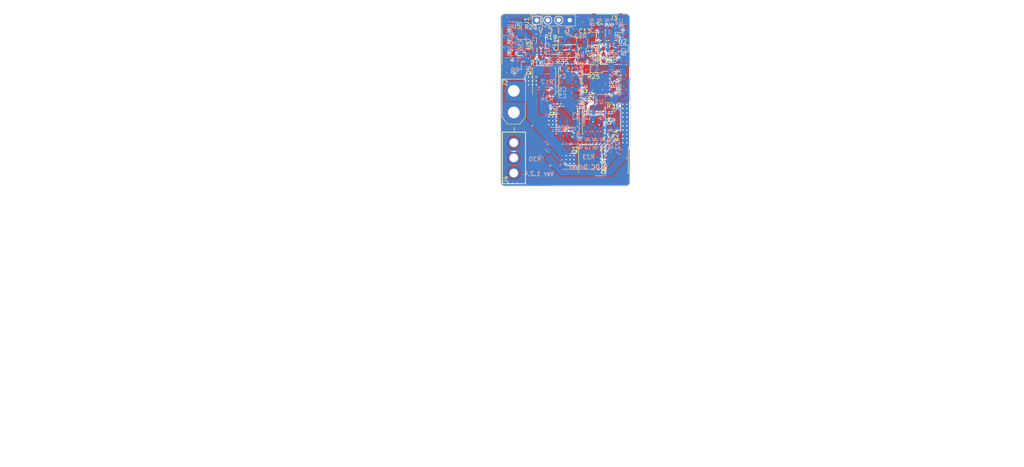
<source format=kicad_pcb>
(kicad_pcb (version 20211014) (generator pcbnew)
  (title_block (title "BLDC Driver 6-Step") (date "2022-04-07") (rev "1.2.4"))
  (layers (0 "F.Cu" signal) (1 "In1.Cu" signal) (2 "In2.Cu" signal) (31 "B.Cu" signal) (34 "B.Paste" user) (35 "F.Paste" user) (36 "B.SilkS" user "B.Silkscreen") (37 "F.SilkS" user "F.Silkscreen") (38 "B.Mask" user) (39 "F.Mask" user) (44 "Edge.Cuts" user))
  (net 0 "")
  (net 1 "GND")
  (net 2 "/Connector/NTC")
  (net 3 "Net-(C2-Pad1)")
  (net 4 "/Controller/VS1")
  (net 5 "Net-(C3-Pad1)")
  (net 6 "/Controller/VS2")
  (net 7 "Net-(C4-Pad1)")
  (net 8 "/Controller/VS3")
  (net 11 "/Controller/RST")
  (net 12 "/Controller/PB15")
  (net 13 "+15V")
  (net 14 "Net-(C11-Pad1)")
  (net 15 "Net-(C11-Pad2)")
  (net 16 "+2V5")
  (net 17 "+12V")
  (net 18 "Net-(R19-Pad2)")
  (net 19 "/Connector/HA")
  (net 20 "/Connector/HB")
  (net 21 "/Connector/HC")
  (net 22 "/Controller/PB13")
  (net 23 "Net-(D1-Pad2)")
  (net 24 "Net-(D2-Pad2)")
  (net 25 "Net-(R18-Pad2)")
  (net 27 "/Controller/UART1_TX")
  (net 28 "/Controller/UART1_RX")
  (net 29 "+5V")
  (net 30 "/Connector/MHA")
  (net 31 "/Connector/MHB")
  (net 32 "/Connector/MHC")
  (net 33 "/Controller/SWDIO")
  (net 34 "/Controller/SWDCLK")
  (net 35 "Net-(Q1-Pad4)")
  (net 36 "/Controller/IA")
  (net 37 "Net-(Q2-Pad4)")
  (net 38 "Net-(Q3-Pad4)")
  (net 39 "/Controller/IB")
  (net 40 "Net-(Q4-Pad4)")
  (net 41 "Net-(Q5-Pad4)")
  (net 42 "/Controller/ISUM")
  (net 43 "Net-(Q6-Pad4)")
  (net 44 "/Controller/PA6")
  (net 46 "/Controller/PA3")
  (net 47 "/Controller/PB1")
  (net 48 "/Controller/PB11")
  (net 49 "/Controller/PB0")
  (net 50 "/Controller/PA5")
  (net 51 "/Controller/PA4")
  (net 52 "/Controller/PB2")
  (net 53 "/Controller/PB10")
  (net 54 "/Controller/HO1")
  (net 55 "/Controller/LO1")
  (net 56 "/Controller/HO2")
  (net 57 "/Controller/LO2")
  (net 58 "/Controller/HO3")
  (net 59 "/Controller/LO3")
  (net 60 "/Controller/PB12")
  (footprint "BLDC_Driver:AMASS_XT30U-M_1x02_P5.0mm_Vertical" (layer "F.Cu") (at 140.9 102.3 90)
    (fp_text reference "J2")
    (fp_text value "XT30")
  )
  (footprint "BLDC_Driver:R_0603_1608Metric" (layer "F.Cu") (at 163.2 107.7 -90)
    (fp_text reference "R24")
    (fp_text value "10kR")
  )
  (footprint "Inductor_SMD:L_Bourns-SRN4018" (layer "F.Cu") (at 153.3 87.2 90)
    (fp_text reference "L1")
    (fp_text value "4.7uH")
  )
  (footprint "BLDC_Driver:R_0603_1608Metric" (layer "F.Cu") (at 162.6 95.8 -90)
    (fp_text reference "R5")
    (fp_text value "1kR")
  )
  (footprint "BLDC_Driver:R_1206_3216Metric" (layer "F.Cu") (at 162.8 99.1 180)
    (fp_text reference "R31")
    (fp_text value "2mR")
  )
  (footprint "BLDC_Driver:R_0603_1608Metric" (layer "F.Cu") (at 146.100001 83.6 180)
    (fp_text reference "R20")
    (fp_text value "10kR")
  )
  (footprint "BLDC_Driver:C_1206_3216Metric" (layer "F.Cu") (at 156.7 88.1 90)
    (fp_text reference "C12")
    (fp_text value "10uF")
  )
  (footprint "BLDC_Driver:MR30_Vertical" (layer "F.Cu") (at 140.9 116.3 90)
    (fp_text reference "J4")
    (fp_text value "MR30")
  )
  (footprint "BLDC_Driver:TDSON-8-1" (layer "F.Cu") (at 164.65 113.3 -90)
    (fp_text reference "Q2")
    (fp_text value "CSD18540Q5B")
  )
  (footprint "Package_TO_SOT_SMD:SOT-23-6" (layer "F.Cu") (at 146.7 86.8 -90)
    (fp_text reference "U3")
    (fp_text value "JW5015s")
  )
  (footprint "BLDC_Driver:R_0603_1608Metric" (layer "F.Cu") (at 161.6 86.675 -90)
    (fp_text reference "R13")
    (fp_text value "2kR")
  )
  (footprint "BLDC_Driver:TDSON-8-1" (layer "F.Cu") (at 158.55 113.2 90)
    (fp_text reference "Q1")
    (fp_text value "CSD18540Q5B")
  )
  (footprint "BLDC_Driver:R_0603_1608Metric" (layer "F.Cu") (at 149.4 90.4 180)
    (fp_text reference "R35")
    (fp_text value "10kR")
  )
  (footprint "BLDC_Driver:PinSocket_1x04_P2.54mm_Vertical" (layer "F.Cu") (at 146.2 80.975 90)
    (fp_text reference "J1")
    (fp_text value "Conn_01x04")
  )
  (footprint "BLDC_Driver:TDSON-8-1" (layer "F.Cu") (at 147.9 95.05 90)
    (fp_text reference "Q5")
    (fp_text value "CSD18540Q5B")
  )
  (footprint "BLDC_Driver:JST_GH_SM03B-GHS-TB_1x03-1MP_P1.25mm_Horizontal" (layer "F.Cu") (at 162.5 82.1 180)
    (fp_text reference "J3")
    (fp_text value "GH1.25-3P")
  )
  (footprint "BLDC_Driver:JST_GH_BM06B-GHS-TBT_1x06-1MP_P1.25mm_Vertical" (layer "F.Cu") (at 140.8 86.9 90)
    (fp_text reference "J5")
    (fp_text value "GH1.25_6P")
  )
  (footprint "BLDC_Driver:C_0603_1608Metric" (layer "F.Cu") (at 149.4 86.7 -90)
    (fp_text reference "C11")
    (fp_text value "100nF")
  )
  (footprint "BLDC_Driver:R_0603_1608Metric" (layer "F.Cu") (at 146.2 89.6 180)
    (fp_text reference "R18")
    (fp_text value "100kR")
  )
  (footprint "BLDC_Driver:R_1206_3216Metric" (layer "F.Cu") (at 159.3 92.2 180)
    (fp_text reference "R25")
    (fp_text value "2mR")
  )
  (footprint "BLDC_Driver:C_1206_3216Metric" (layer "F.Cu") (at 153.7 83.5 180)
    (fp_text reference "C13")
    (fp_text value "47uF")
  )
  (footprint "BLDC_Driver:LED_0603_1608Metric" (layer "F.Cu") (at 165.9 87.5 180)
    (fp_text reference "D2")
    (fp_text value "LED")
  )
  (footprint "BLDC_Driver:R_0603_1608Metric" (layer "F.Cu") (at 157.5 99.3 -90)
    (fp_text reference "R29")
    (fp_text value "10kR")
  )
  (footprint "BLDC_Driver:LED_0603_1608Metric" (layer "F.Cu") (at 161.6 89.6625 90)
    (fp_text reference "D1")
    (fp_text value "LED")
  )
  (footprint "BLDC_Driver:TDSON-8-1" (layer "F.Cu") (at 153.3 104.35 90)
    (fp_text reference "Q3")
    (fp_text value "CSD18540Q5B")
  )
  (footprint "BLDC_Driver:TDSON-8-1" (layer "F.Cu") (at 153.9 95.100001 -90)
    (fp_text reference "Q6")
    (fp_text value "CSD18540Q5B")
  )
  (footprint "BLDC_Driver:R_0603_1608Metric" (layer "F.Cu") (at 149.4 83.6 180)
    (fp_text reference "R19")
    (fp_text value "140kR")
  )
  (footprint "BLDC_Driver:R_0603_1608Metric" (layer "F.Cu") (at 163.5 86.675 -90)
    (fp_text reference "R14")
    (fp_text value "2kR")
  )
  (footprint "BLDC_Driver:TDSON-8-1" (layer "F.Cu") (at 159.4 104.25 -90)
    (fp_text reference "Q4")
    (fp_text value "CSD18540Q5B")
  )
  (footprint "BLDC_Driver:R_0603_1608Metric" (layer "B.Cu") (at 163.2 106.675 -90)
    (fp_text reference "R21")
    (fp_text value "100R")
  )
  (footprint "BLDC_Driver:R_0603_1608Metric" (layer "B.Cu") (at 152.3 107.2)
    (fp_text reference "R28")
    (fp_text value "10kR")
  )
  (footprint "BLDC_Driver:C_0603_1608Metric" (layer "B.Cu") (at 159.325 103.175 -90)
    (fp_text reference "C3")
    (fp_text value "10uF")
  )
  (footprint "BLDC_Driver:R_0603_1608Metric" (layer "B.Cu") (at 166.3 97 90)
    (fp_text reference "R15")
    (fp_text value "40kR")
  )
  (footprint "BLDC_Driver:SOT-353_SC-70-5" (layer "B.Cu") (at 140.1 83.2)
    (fp_text reference "U6")
    (fp_text value "74HC1G126GW")
  )
  (footprint "BLDC_Driver:R_0603_1608Metric" (layer "B.Cu") (at 160.799999 83.7 90)
    (fp_text reference "R2")
    (fp_text value "1kR")
  )
  (footprint "BLDC_Driver:QFN-48-1EP_6x6mm_P0.4mm_EP4.2x4.2mm" (layer "B.Cu") (at 160.6 95.5)
    (fp_text reference "U1")
    (fp_text value "MM32SPIN360C")
  )
  (footprint "BLDC_Driver:R_0603_1608Metric" (layer "B.Cu") (at 159 83.7 90)
    (fp_text reference "R8")
    (fp_text value "100kR")
  )
  (footprint "BLDC_Driver:R_0603_1608Metric" (layer "B.Cu") (at 159.725 106.675 -90)
    (fp_text reference "R26")
    (fp_text value "100R")
  )
  (footprint "BLDC_Driver:C_0603_1608Metric" (layer "B.Cu") (at 154.4 97)
    (fp_text reference "C6")
    (fp_text value "1uF")
  )
  (footprint "BLDC_Driver:C_1206_3216Metric" (layer "B.Cu") (at 144.3 92.5)
    (fp_text reference "C9")
    (fp_text value "10uF")
  )
  (footprint "BLDC_Driver:R_0603_1608Metric" (layer "B.Cu") (at 162.6 87.000001 90)
    (fp_text reference "R11")
    (fp_text value "100kR")
  )
  (footprint "BLDC_Driver:C_0603_1608Metric" (layer "B.Cu") (at 154.4 98.5)
    (fp_text reference "C5")
    (fp_text value "4.7uF")
  )
  (footprint "BLDC_Driver:R_0603_1608Metric" (layer "B.Cu") (at 159 87.000001 90)
    (fp_text reference "R4")
    (fp_text value "1kR")
  )
  (footprint "BLDC_Driver:R_0603_1608Metric" (layer "B.Cu") (at 156.275 87.8 180)
    (fp_text reference "R6")
    (fp_text value "1kR")
  )
  (footprint "BLDC_Driver:R_0603_1608Metric" (layer "B.Cu") (at 156.2 106.675 -90)
    (fp_text reference "R32")
    (fp_text value "100R")
  )
  (footprint "BLDC_Driver:C_0603_1608Metric" (layer "B.Cu") (at 150 87 90)
    (fp_text reference "C1")
    (fp_text value "1uF")
  )
  (footprint "BLDC_Driver:SOT-23" (layer "B.Cu") (at 165.2 83.5 180)
    (fp_text reference "U2")
    (fp_text value "REF3025")
  )
  (footprint "BLDC_Driver:R_0603_1608Metric" (layer "B.Cu") (at 160.8 87.000001 -90)
    (fp_text reference "R10")
    (fp_text value "100kR")
  )
  (footprint "BLDC_Driver:C_0603_1608Metric" (layer "B.Cu") (at 166.3 90.575 90)
    (fp_text reference "C8")
    (fp_text value "100nF")
  )
  (footprint "BLDC_Driver:R_0603_1608Metric" (layer "B.Cu") (at 153.6 87.000001 90)
    (fp_text reference "R7")
    (fp_text value "1kR")
  )
  (footprint "BLDC_Driver:R_0603_1608Metric" (layer "B.Cu") (at 162.6 83.7 90)
    (fp_text reference "R3")
    (fp_text value "1kR")
  )
  (footprint "BLDC_Driver:C_0603_1608Metric" (layer "B.Cu") (at 154.4 95.3 180)
    (fp_text reference "C7")
    (fp_text value "100nF")
  )
  (footprint "BLDC_Driver:R_1206_3216Metric" (layer "B.Cu") (at 147.9 111.8 -45)
    (fp_text reference "R30")
    (fp_text value "2mR")
  )
  (footprint "BLDC_Driver:R_0603_1608Metric" (layer "B.Cu") (at 164.9 106.675 -90)
    (fp_text reference "R22")
    (fp_text value "100R")
  )
  (footprint "BLDC_Driver:C_0603_1608Metric" (layer "B.Cu") (at 144.3 89.5 90)
    (fp_text reference "C14")
    (fp_text value "100nF")
  )
  (footprint "BLDC_Driver:SOT-353_SC-70-5" (layer "B.Cu") (at 140.1 88.5)
    (fp_text reference "U4")
    (fp_text value "74HC1G126GW")
  )
  (footprint "BLDC_Driver:C_0603_1608Metric" (layer "B.Cu") (at 162.125 103.175 -90)
    (fp_text reference "C4")
    (fp_text value "10uF")
  )
  (footprint "BLDC_Driver:C_0603_1608Metric" (layer "B.Cu") (at 156.325 103.175 -90)
    (fp_text reference "C2")
    (fp_text value "10uF")
  )
  (footprint "BLDC_Driver:R_0603_1608Metric" (layer "B.Cu") (at 166.3 93.675 90)
    (fp_text reference "R16")
    (fp_text value "10kR")
  )
  (footprint "BLDC_Driver:C_0603_1608Metric" (layer "B.Cu") (at 154.4 93.7)
    (fp_text reference "C15")
    (fp_text value "1uF")
  )
  (footprint "BLDC_Driver:C_1206_3216Metric" (layer "B.Cu") (at 148.7 92.5 180)
    (fp_text reference "C10")
    (fp_text value "47uF")
  )
  (footprint "BLDC_Driver:R_0603_1608Metric" (layer "B.Cu") (at 156.3 86.1 180)
    (fp_text reference "R12")
    (fp_text value "47kR")
  )
  (footprint "BLDC_Driver:R_0603_1608Metric" (layer "B.Cu") (at 158 106.675 -90)
    (fp_text reference "R33")
    (fp_text value "100R")
  )
  (footprint "BLDC_Driver:R_0603_1608Metric" (layer "B.Cu") (at 161.525 106.675 -90)
    (fp_text reference "R27")
    (fp_text value "100R")
  )
  (footprint "BLDC_Driver:R_0603_1608Metric" (layer "B.Cu") (at 142.5 89.5 90)
    (fp_text reference "R36")
    (fp_text value "10kR")
  )
  (footprint "BLDC_Driver:R_0603_1608Metric" (layer "B.Cu") (at 148.6 97.8)
    (fp_text reference "R34")
    (fp_text value "10kR")
  )
  (footprint "BLDC_Driver:R_0603_1608Metric" (layer "B.Cu") (at 161 112.6 180)
    (fp_text reference "R23")
    (fp_text value "10kR")
  )
  (footprint "BLDC_Driver:SOT-353_SC-70-5" (layer "B.Cu") (at 140.1 85.8)
    (fp_text reference "U5")
    (fp_text value "74HC1G126GW")
  )
  (footprint "BLDC_Driver:R_0603_1608Metric" (layer "B.Cu") (at 164.5 87 90)
    (fp_text reference "R9")
    (fp_text value "100kR")
  )
  (footprint "BLDC_Driver:R_0603_1608Metric" (layer "B.Cu") (at 151.3 95.3)
    (fp_text reference "R17")
    (fp_text value "10kR")
  )
  (footprint "BLDC_Driver:R_0603_1608Metric" (layer "B.Cu") (at 151.775 87.025 -90)
    (fp_text reference "R1")
    (fp_text value "10kR")
  )
  (gr_arc (start 167.8 118.4) (mid 167.507107 119.107107) (end 166.8 119.4) (layer "Edge.Cuts") (width 0.1))
  (gr_line (start 137.8 80.4) (end 137.8 118.4) (layer "Edge.Cuts") (width 0.1))
  (gr_line (start 138.8 79.4) (end 166.8 79.4) (layer "Edge.Cuts") (width 0.1))
  (gr_line (start 167.8 118.4) (end 167.8 80.4) (layer "Edge.Cuts") (width 0.1))
  (gr_arc (start 138.8 119.4) (mid 138.092893 119.107107) (end 137.8 118.4) (layer "Edge.Cuts") (width 0.1))
  (gr_arc (start 137.8 80.4) (mid 138.092893 79.692893) (end 138.8 79.4) (layer "Edge.Cuts") (width 0.1))
  (gr_arc (start 166.8 79.4) (mid 167.507107 79.692893) (end 167.8 80.4) (layer "Edge.Cuts") (width 0.1))
  (gr_line (start 138.8 119.4) (end 166.8 119.4) (layer "Edge.Cuts") (width 0.1))
  (gr_text "G I C V" (at 150.2 83.4) (layer "B.SilkS") (effects (font (size 1.3 1.3) (thickness 0.25)) (justify mirror)))
  (gr_text "BLDC Driver" (at 158.1 114.9) (layer "B.SilkS") (effects (font (size 1 1) (thickness 0.2)) (justify mirror)))
  (gr_text "Ver 1.2.4" (at 146.7 116.5) (layer "B.SilkS") (effects (font (size 1 1) (thickness 0.2)) (justify mirror)))
  (gr_text "LaoZhu Design" (at 156.4 96.1 90) (layer "B.SilkS") (effects (font (size 1 1) (thickness 0.2)) (justify mirror)))
  (via (at 164.4 82.8) (size 0.45) (drill 0.2) (layers "F.Cu" "B.Cu") (net 1))
  (via (at 164.6 111.5) (size 0.45) (drill 0.2) (layers "F.Cu" "B.Cu") (net 1))
  (via (at 154.5 111.2) (size 0.45) (drill 0.2) (layers "F.Cu" "B.Cu") (net 1))
  (via (at 150 106.3) (size 0.45) (drill 0.2) (layers "F.Cu" "B.Cu") (net 1))
  (via (at 144.9 86.2) (size 0.45) (drill 0.2) (layers "F.Cu" "B.Cu") (net 1))
  (via (at 150.1 102.3) (size 0.45) (drill 0.2) (layers "F.Cu" "B.Cu") (net 1))
  (via (at 155.4 111.2) (size 0.45) (drill 0.2) (layers "F.Cu" "B.Cu") (net 1))
  (via (at 139.6 118.6) (size 0.45) (drill 0.2) (layers "F.Cu" "B.Cu") (net 1))
  (via (at 144.3 89.8) (size 0.45) (drill 0.2) (layers "F.Cu" "B.Cu") (net 1))
  (via (at 150.9 97.5) (size 0.45) (drill 0.2) (layers "F.Cu" "B.Cu") (net 1))
  (via (at 151 88.5) (size 0.45) (drill 0.2) (layers "F.Cu" "B.Cu") (net 1))
  (via (at 150.8 86.1) (size 0.45) (drill 0.2) (layers "F.Cu" "B.Cu") (net 1))
  (via (at 141.3 93) (size 0.45) (drill 0.2) (layers "F.Cu" "B.Cu") (net 1))
  (via (at 156.2 104.9) (size 0.45) (drill 0.2) (layers "F.Cu" "B.Cu") (net 1))
  (via (at 156.2 101.4) (size 0.45) (drill 0.2) (layers "F.Cu" "B.Cu") (net 1))
  (via (at 144.4 82.6) (size 0.45) (drill 0.2) (layers "F.Cu" "B.Cu") (net 1))
  (via (at 164 104.8) (size 0.45) (drill 0.2) (layers "F.Cu" "B.Cu") (net 1))
  (via (at 159.1 97.1) (size 0.45) (drill 0.2) (layers "F.Cu" "B.Cu") (net 1))
  (via (at 150.9 96.3) (size 0.45) (drill 0.2) (layers "F.Cu" "B.Cu") (net 1))
  (via (at 147 90.9) (size 0.45) (drill 0.2) (layers "F.Cu" "B.Cu") (net 1))
  (via (at 158.8 93.8) (size 0.45) (drill 0.2) (layers "F.Cu" "B.Cu") (net 1))
  (via (at 139.2 93) (size 0.45) (drill 0.2) (layers "F.Cu" "B.Cu") (net 1))
  (via (at 166.7 88.4) (size 0.45) (drill 0.2) (layers "F.Cu" "B.Cu") (net 1))
  (via (at 158 80.4) (size 0.45) (drill 0.2) (layers "F.Cu" "B.Cu") (net 1))
  (via (at 149 82.6) (size 0.45) (drill 0.2) (layers "F.Cu" "B.Cu") (net 1))
  (via (at 156.7 81.4) (size 0.45) (drill 0.2) (layers "F.Cu" "B.Cu") (net 1))
  (via (at 152.6 93.4) (size 0.45) (drill 0.2) (layers "F.Cu" "B.Cu") (net 1))
  (via (at 159.1 94.8) (size 0.45) (drill 0.2) (layers "F.Cu" "B.Cu") (net 1))
  (via (at 157.6 88.3) (size 0.45) (drill 0.2) (layers "F.Cu" "B.Cu") (net 1))
  (via (at 164.2 100.6) (size 0.45) (drill 0.2) (layers "F.Cu" "B.Cu") (net 1))
  (via (at 161.4 82) (size 0.45) (drill 0.2) (layers "F.Cu" "B.Cu") (net 1))
  (via (at 138.6 84.6) (size 0.45) (drill 0.2) (layers "F.Cu" "B.Cu") (net 1))
  (via (at 141.6 118.6) (size 0.45) (drill 0.2) (layers "F.Cu" "B.Cu") (net 1))
  (via (at 155.6 80.2) (size 0.45) (drill 0.2) (layers "F.Cu" "B.Cu") (net 1))
  (via (at 142.7 83.1) (size 0.45) (drill 0.2) (layers "F.Cu" "B.Cu") (net 1))
  (via (at 151.7 90.6) (size 0.45) (drill 0.2) (layers "F.Cu" "B.Cu") (net 1))
  (via (at 150.8 84.7) (size 0.45) (drill 0.2) (layers "F.Cu" "B.Cu") (net 1))
  (via (at 165.8 85.8) (size 0.45) (drill 0.2) (layers "F.Cu" "B.Cu") (net 1))
  (via (at 166.7 86.6) (size 0.45) (drill 0.2) (layers "F.Cu" "B.Cu") (net 1))
  (via (at 150.7 106.3) (size 0.45) (drill 0.2) (layers "F.Cu" "B.Cu") (net 1))
  (via (at 151.2 92.9) (size 0.45) (drill 0.2) (layers "F.Cu" "B.Cu") (net 1))
  (via (at 163.3 111.5) (size 0.45) (drill 0.2) (layers "F.Cu" "B.Cu") (net 1))
  (via (at 144.3 92.4) (size 0.45) (drill 0.2) (layers "F.Cu" "B.Cu") (net 1))
  (via (at 141.8 81.7) (size 0.45) (drill 0.2) (layers "F.Cu" "B.Cu") (net 1))
  (via (at 138.6 87.3) (size 0.45) (drill 0.2) (layers "F.Cu" "B.Cu") (net 1))
  (via (at 149.4 102.2) (size 0.45) (drill 0.2) (layers "F.Cu" "B.Cu") (net 1))
  (via (at 151 90.6) (size 0.45) (drill 0.2) (layers "F.Cu" "B.Cu") (net 1))
  (via (at 147 82.6) (size 0.45) (drill 0.2) (layers "F.Cu" "B.Cu") (net 1))
  (via (at 165.9 88.7) (size 0.45) (drill 0.2) (layers "F.Cu" "B.Cu") (net 1))
  (via (at 151.2 92.1) (size 0.45) (drill 0.2) (layers "F.Cu" "B.Cu") (net 1))
  (via (at 165.2 93.9) (size 0.45) (drill 0.2) (layers "F.Cu" "B.Cu") (net 1))
  (via (at 157 88.3) (size 0.45) (drill 0.2) (layers "F.Cu" "B.Cu") (net 1))
  (via (at 164.4 85.1) (size 0.45) (drill 0.2) (layers "F.Cu" "B.Cu") (net 1))
  (via (at 140.3 93) (size 0.45) (drill 0.2) (layers "F.Cu" "B.Cu") (net 1))
  (via (at 145.9 82.6) (size 0.45) (drill 0.2) (layers "F.Cu" "B.Cu") (net 1))
  (via (at 150.3 85.4) (size 0.45) (drill 0.2) (layers "F.Cu" "B.Cu") (net 1))
  (via (at 147.1 84.6) (size 0.45) (drill 0.2) (layers "F.Cu" "B.Cu") (net 1))
  (via (at 139.4 80.3) (size 0.45) (drill 0.2) (layers "F.Cu" "B.Cu") (net 1))
  (via (at 153.5 84.1) (size 0.45) (drill 0.2) (layers "F.Cu" "B.Cu") (net 1))
  (via (at 148.1 82.6) (size 0.45) (drill 0.2) (layers "F.Cu" "B.Cu") (net 1))
  (via (at 154.6 83) (size 0.45) (drill 0.2) (layers "F.Cu" "B.Cu") (net 1))
  (via (at 152.5 90.6) (size 0.45) (drill 0.2) (layers "F.Cu" "B.Cu") (net 1))
  (via (at 140.6 118.6) (size 0.45) (drill 0.2) (layers "F.Cu" "B.Cu") (net 1))
  (via (at 147.7 90.9) (size 0.45) (drill 0.2) (layers "F.Cu" "B.Cu") (net 1))
  (via (at 165.2 101.7) (size 0.45) (drill 0.2) (layers "F.Cu" "B.Cu") (net 1))
  (via (at 161.5 97.1) (size 0.45) (drill 0.2) (layers "F.Cu" "B.Cu") (net 1))
  (segment (start 141.786635 88.775) (end 141.604553 88.592918) (width 0.254) (layer "F.Cu") (net 2))
  (segment (start 142.75 88.775) (end 141.786635 88.775) (width 0.254) (layer "F.Cu") (net 2))
  (via (at 159.420878 89.179122) (size 0.45) (drill 0.2) (layers "F.Cu" "B.Cu") (net 2))
  (via (at 141.604553 88.592918) (size 0.45) (drill 0.2) (layers "F.Cu" "B.Cu") (net 2))
  (segment (start 144.25 88.725) (end 144.3 88.675) (width 0.254) (layer "B.Cu") (net 2))
  (segment (start 142.417918 88.592918) (end 142.5 88.675) (width 0.254) (layer "B.Cu") (net 2))
  (segment (start 160 92.55) (end 160 89.758244) (width 0.2) (layer "B.Cu") (net 2))
  (segment (start 141.604553 88.592918) (end 142.417918 88.592918) (width 0.254) (layer "B.Cu") (net 2))
  (segment (start 142.5 88.725) (end 144.25 88.725) (width 0.254) (layer "B.Cu") (net 2))
  (segment (start 160 89.758244) (end 159.420878 89.179122) (width 0.2) (layer "B.Cu") (net 2))
  (segment (start 158.4 99.1) (end 156.9 100.6) (width 0.2) (layer "B.Cu") (net 3))
  (segment (start 156.9 101.825) (end 156.325 102.4) (width 0.2) (layer "B.Cu") (net 3))
  (segment (start 156.9 100.6) (end 156.9 101.825) (width 0.2) (layer "B.Cu") (net 3))
  (segment (start 158.4 98.45) (end 158.4 99.1) (width 0.2) (layer "B.Cu") (net 3))
  (segment (start 157.3 99.3) (end 156.4 99.3) (width 0.2) (layer "F.Cu") (net 4))
  (segment (start 158.3755 99.3) (end 159.0755 100) (width 0.2) (layer "F.Cu") (net 4))
  (segment (start 156.4 99.3) (end 153.9 96.8) (width 0.2) (layer "F.Cu") (net 4))
  (segment (start 157.3 99.3) (end 158.3755 99.3) (width 0.2) (layer "F.Cu") (net 4))
  (segment (start 153.9 96.8) (end 153.9 96.150001) (width 0.2) (layer "F.Cu") (net 4))
  (via (at 157.3 99.3) (size 0.45) (drill 0.2) (layers "F.Cu" "B.Cu") (net 4))
  (via (at 147.7 98.3) (size 0.45) (drill 0.2) (layers "F.Cu" "B.Cu") (net 4))
  (via (at 159.0755 100) (size 0.45) (drill 0.2) (layers "F.Cu" "B.Cu") (net 4))
  (segment (start 147.775 98.225) (end 147.775 97.8) (width 0.25) (layer "B.Cu") (net 4))
  (segment (start 159.2 99.8755) (end 159.0755 100) (width 0.2) (layer "B.Cu") (net 4))
  (segment (start 159.2 98.45) (end 159.2 99.8755) (width 0.2) (layer "B.Cu") (net 4))
  (segment (start 155.4 103.025) (end 156.325 103.95) (width 0.2) (layer "B.Cu") (net 4))
  (segment (start 157.3 99.3) (end 155.4 101.2) (width 0.2) (layer "B.Cu") (net 4))
  (segment (start 155.4 101.2) (end 155.4 103.025) (width 0.2) (layer "B.Cu") (net 4))
  (segment (start 147.7 98.3) (end 147.775 98.225) (width 0.25) (layer "B.Cu") (net 4))
  (segment (start 160 98.45) (end 160 101.725) (width 0.2) (layer "B.Cu") (net 5))
  (segment (start 160 101.725) (end 159.325 102.4) (width 0.2) (layer "B.Cu") (net 5))
  (via (at 160.6 105.2) (size 0.6) (drill 0.3) (layers "F.Cu" "B.Cu") (net 6))
  (via (at 159.2 104.5) (size 0.6) (drill 0.3) (layers "F.Cu" "B.Cu") (net 6))
  (via (at 150.8 107.3) (size 0.45) (drill 0.2) (layers "F.Cu" "B.Cu") (net 6))
  (segment (start 160.8 98.45) (end 160.8 105) (width 0.2) (layer "B.Cu") (net 6))
  (segment (start 150.9 107.2) (end 150.8 107.3) (width 0.254) (layer "B.Cu") (net 6))
  (segment (start 151.475 107.2) (end 150.9 107.2) (width 0.254) (layer "B.Cu") (net 6))
  (segment (start 160.8 105) (end 160.6 105.2) (width 0.2) (layer "B.Cu") (net 6))
  (segment (start 161.6 98.45) (end 161.6 101.2) (width 0.2) (layer "B.Cu") (net 7))
  (segment (start 161.6 101.2) (end 162.125 101.725) (width 0.2) (layer "B.Cu") (net 7))
  (segment (start 162.125 101.725) (end 162.125 102.4) (width 0.2) (layer "B.Cu") (net 7))
  (segment (start 163.85 114.35) (end 164.65 114.35) (width 0.254) (layer "F.Cu") (net 8))
  (segment (start 161.5 110.04049) (end 161.5 112) (width 0.254) (layer "F.Cu") (net 8))
  (segment (start 162.125 104.4) (end 162.125 109.41549) (width 0.254) (layer "F.Cu") (net 8))
  (segment (start 162.125 104.4) (end 162.525 104) (width 0.2) (layer "F.Cu") (net 8))
  (segment (start 161.5 112) (end 163.85 114.35) (width 0.254) (layer "F.Cu") (net 8))
  (segment (start 162.525 104) (end 163.9 104) (width 0.2) (layer "F.Cu") (net 8))
  (segment (start 162.125 109.41549) (end 161.5 110.04049) (width 0.254) (layer "F.Cu") (net 8))
  (via (at 162.125 104.4) (size 0.45) (drill 0.2) (layers "F.Cu" "B.Cu") (net 8))
  (via (at 163.9 104) (size 0.45) (drill 0.2) (layers "F.Cu" "B.Cu") (net 8))
  (via (at 161.5 112) (size 0.45) (drill 0.2) (layers "F.Cu" "B.Cu") (net 8))
  (segment (start 162.125 104.4) (end 162.125 103.95) (width 0.2) (layer "B.Cu") (net 8))
  (segment (start 162.4 100.5) (end 163.9 102) (width 0.2) (layer "B.Cu") (net 8))
  (segment (start 163.9 102) (end 163.9 104) (width 0.2) (layer "B.Cu") (net 8))
  (segment (start 162.4 98.45) (end 162.4 100.5) (width 0.2) (layer "B.Cu") (net 8))
  (segment (start 157.65 94.9) (end 155.275 94.9) (width 0.2) (layer "B.Cu") (net 11))
  (segment (start 155.275 94.9) (end 154.10048 96.07452) (width 0.2) (layer "B.Cu") (net 11))
  (segment (start 154.10048 96.07452) (end 152.89952 96.07452) (width 0.2) (layer "B.Cu") (net 11))
  (segment (start 152.89952 96.07452) (end 152.125 95.3) (width 0.2) (layer "B.Cu") (net 11))
  (segment (start 163.55 94.5) (end 166.3 94.5) (width 0.2) (layer "B.Cu") (net 12))
  (segment (start 166.3 96.175) (end 166.3 94.5) (width 0.2) (layer "B.Cu") (net 12))
  (segment (start 167.2 94) (end 166.7 94.5) (width 0.2) (layer "B.Cu") (net 12))
  (segment (start 167.2 92.25) (end 167.2 94) (width 0.2) (layer "B.Cu") (net 12))
  (segment (start 166.7 94.5) (end 166.3 94.5) (width 0.2) (layer "B.Cu") (net 12))
  (segment (start 166.3 91.35) (end 167.2 92.25) (width 0.2) (layer "B.Cu") (net 12))
  (segment (start 146.7 89.275) (end 147.025 89.6) (width 0.5) (layer "F.Cu") (net 13))
  (segment (start 146.7 87.9375) (end 146.7 89.275) (width 0.5) (layer "F.Cu") (net 13))
  (segment (start 163.5 102.4) (end 154.2 102.4) (width 0.2) (layer "F.Cu") (net 13))
  (segment (start 146.725 89.9) (end 147.025 89.6) (width 0.5) (layer "F.Cu") (net 13))
  (segment (start 165 100.794609) (end 165 100.9) (width 0.2) (layer "F.Cu") (net 13))
  (segment (start 154.2 102.4) (end 153.3 103.3) (width 0.2) (layer "F.Cu") (net 13))
  (segment (start 165 100.9) (end 163.5 102.4) (width 0.2) (layer "F.Cu") (net 13))
  (segment (start 146.5 89.9) (end 146.725 89.9) (width 0.5) (layer "F.Cu") (net 13))
  (via (at 150.8 105.1) (size 0.6) (drill 0.3) (layers "F.Cu" "B.Cu") (net 13))
  (via (at 149 103.3) (size 0.6) (drill 0.3) (layers "F.Cu" "B.Cu") (net 13))
  (via (at 145.2 94.1) (size 0.6) (drill 0.3) (layers "F.Cu" "B.Cu") (net 13))
  (via (at 149.9 104.2) (size 0.6) (drill 0.3) (layers "F.Cu" "B.Cu") (net 13))
  (via (at 154.8 114.1) (size 0.6) (drill 0.3) (layers "F.Cu" "B.Cu") (net 13))
  (via (at 153 113.2) (size 0.6) (drill 0.3) (layers "F.Cu" "B.Cu") (net 13))
  (via (at 153 114.1) (size 0.6) (drill 0.3) (layers "F.Cu" "B.Cu") (net 13))
  (via (at 146.1 95) (size 0.6) (drill 0.3) (layers "F.Cu" "B.Cu") (net 13))
  (via (at 154.8 113.2) (size 0.6) (drill 0.3) (layers "F.Cu" "B.Cu") (net 13))
  (via (at 149.9 105.1) (size 0.6) (drill 0.3) (layers "F.Cu" "B.Cu") (net 13))
  (via (at 145.2 95) (size 0.6) (drill 0.3) (layers "F.Cu" "B.Cu") (net 13))
  (via (at 144.3 94.1) (size 0.6) (drill 0.3) (layers "F.Cu" "B.Cu") (net 13))
  (via (at 165 100.794609) (size 0.45) (drill 0.2) (layers "F.Cu" "B.Cu") (net 13))
  (via (at 146.1 94.1) (size 0.6) (drill 0.3) (layers "F.Cu" "B.Cu") (net 13))
  (via (at 154.8 112.3) (size 0.6) (drill 0.3) (layers "F.Cu" "B.Cu") (net 13))
  (via (at 149 105.1) (size 0.6) (drill 0.3) (layers "F.Cu" "B.Cu") (net 13))
  (via (at 153 112.3) (size 0.6) (drill 0.3) (layers "F.Cu" "B.Cu") (net 13))
  (via (at 144.3 95) (size 0.6) (drill 0.3) (layers "F.Cu" "B.Cu") (net 13))
  (via (at 144.3 95.9) (size 0.6) (drill 0.3) (layers "F.Cu" "B.Cu") (net 13))
  (via (at 150.8 103.3) (size 0.6) (drill 0.3) (layers "F.Cu" "B.Cu") (net 13))
  (via (at 149 104.2) (size 0.6) (drill 0.3) (layers "F.Cu" "B.Cu") (net 13))
  (via (at 145.2 95.9) (size 0.6) (drill 0.3) (layers "F.Cu" "B.Cu") (net 13))
  (via (at 153.9 113.2) (size 0.6) (drill 0.3) (layers "F.Cu" "B.Cu") (net 13))
  (via (at 150.8 104.2) (size 0.6) (drill 0.3) (layers "F.Cu" "B.Cu") (net 13))
  (via (at 146.5 89.9) (size 0.6) (drill 0.3) (layers "F.Cu" "B.Cu") (net 13))
  (via (at 149.9 103.3) (size 0.6) (drill 0.3) (layers "F.Cu" "B.Cu") (net 13))
  (via (at 153.9 114.1) (size 0.6) (drill 0.3) (layers "F.Cu" "B.Cu") (net 13))
  (via (at 146.1 95.9) (size 0.6) (drill 0.3) (layers "F.Cu" "B.Cu") (net 13))
  (via (at 153.9 112.3) (size 0.6) (drill 0.3) (layers "F.Cu" "B.Cu") (net 13))
  (segment (start 146.1 90.3) (end 146.1 94.1) (width 0.5) (layer "B.Cu") (net 13))
  (segment (start 146.5 89.9) (end 146.1 90.3) (width 0.5) (layer "B.Cu") (net 13))
  (segment (start 165 99.6) (end 166.3 98.3) (width 0.2) (layer "B.Cu") (net 13))
  (segment (start 165 100.794609) (end 165 99.6) (width 0.2) (layer "B.Cu") (net 13))
  (segment (start 166.3 98.3) (end 166.3 97.825) (width 0.2) (layer "B.Cu") (net 13))
  (segment (start 149.1375 85.6625) (end 149.4 85.925) (width 0.3) (layer "F.Cu") (net 14))
  (segment (start 147.65 85.6625) (end 149.1375 85.6625) (width 0.3) (layer "F.Cu") (net 14))
  (segment (start 148.174511 89.174511) (end 152.850489 89.174511) (width 0.5) (layer "F.Cu") (net 15))
  (segment (start 149.4 87.475) (end 148.975 87.9) (width 0.3) (layer "F.Cu") (net 15))
  (segment (start 152.850489 89.174511) (end 153.4 88.625) (width 0.5) (layer "F.Cu") (net 15))
  (segment (start 148.975 87.9) (end 147.6875 87.9) (width 0.3) (layer "F.Cu") (net 15))
  (segment (start 147.65 88.65) (end 148.174511 89.174511) (width 0.5) (layer "F.Cu") (net 15))
  (segment (start 147.65 87.9375) (end 147.65 88.65) (width 0.5) (layer "F.Cu") (net 15))
  (segment (start 147.6875 87.9) (end 147.65 87.9375) (width 0.3) (layer "F.Cu") (net 15))
  (segment (start 160.55 81.85) (end 161.2 81.2) (width 0.25) (layer "F.Cu") (net 16))
  (segment (start 163.7 81.2) (end 165 82.5) (width 0.25) (layer "F.Cu") (net 16))
  (segment (start 161.2 81.2) (end 163.7 81.2) (width 0.25) (layer "F.Cu") (net 16))
  (segment (start 165 82.5) (end 165 84.5) (width 0.25) (layer "F.Cu") (net 16))
  (via (at 165 84.5) (size 0.45) (drill 0.2) (layers "F.Cu" "B.Cu") (net 16))
  (via (at 160.55 81.85) (size 0.45) (drill 0.2) (layers "F.Cu" "B.Cu") (net 16))
  (segment (start 165 85.675) (end 164.5 86.175) (width 0.25) (layer "B.Cu") (net 16))
  (segment (start 160.025 81.85) (end 159 82.875) (width 0.25) (layer "B.Cu") (net 16))
  (segment (start 165 84.5) (end 165 85.675) (width 0.25) (layer "B.Cu") (net 16))
  (segment (start 160.55 81.85) (end 160.025 81.85) (width 0.25) (layer "B.Cu") (net 16))
  (segment (start 166.0875 84.5) (end 166.1375 84.45) (width 0.25) (layer "B.Cu") (net 16))
  (segment (start 165 84.5) (end 166.0875 84.5) (width 0.25) (layer "B.Cu") (net 16))
  (segment (start 150.225 83.6) (end 150.477127 83.6) (width 0.25) (layer "F.Cu") (net 17))
  (segment (start 152.552127 85.675) (end 153.3 85.675) (width 0.25) (layer "F.Cu") (net 17))
  (segment (start 155.229122 90.470878) (end 155.45048 90.24952) (width 0.3) (layer "F.Cu") (net 17))
  (segment (start 155.45048 90.24952) (end 155.45048 87.87452) (width 0.3) (layer "F.Cu") (net 17))
  (segment (start 150.477127 83.6) (end 152.552127 85.675) (width 0.25) (layer "F.Cu") (net 17))
  (segment (start 155.45048 87.87452) (end 156.7 86.625) (width 0.3) (layer "F.Cu") (net 17))
  (via (at 155.229122 90.470878) (size 0.45) (drill 0.2) (layers "F.Cu" "B.Cu") (net 17))
  (via (at 156.7 97.5) (size 0.45) (drill 0.2) (layers "F.Cu" "B.Cu") (net 17))
  (segment (start 155.7 98.5) (end 156.7 97.5) (width 0.3) (layer "B.Cu") (net 17))
  (segment (start 155.175 98.5) (end 155.7 98.5) (width 0.3) (layer "B.Cu") (net 17))
  (segment (start 156.9 97.3) (end 156.7 97.5) (width 0.2) (layer "B.Cu") (net 17))
  (segment (start 157.65 97.3) (end 156.9 97.3) (width 0.2) (layer "B.Cu") (net 17))
  (segment (start 146.925001 83.6) (end 148.575 83.6) (width 0.3) (layer "F.Cu") (net 18))
  (segment (start 146.925001 83.6) (end 145.75 84.775001) (width 0.3) (layer "F.Cu") (net 18))
  (segment (start 145.75 84.775001) (end 145.75 85.6625) (width 0.3) (layer "F.Cu") (net 18))
  (segment (start 157.65 94.1) (end 156.9 94.1) (width 0.2) (layer "B.Cu") (net 19))
  (segment (start 156.9 94.1) (end 152.8 90) (width 0.2) (layer "B.Cu") (net 19))
  (segment (start 141.05 87.85) (end 147.15 87.85) (width 0.2) (layer "B.Cu") (net 19))
  (segment (start 152.8 90) (end 149.3 90) (width 0.2) (layer "B.Cu") (net 19))
  (segment (start 147.15 87.85) (end 149.3 90) (width 0.2) (layer "B.Cu") (net 19))
  (segment (start 149.49952 89.49952) (end 152.89952 89.49952) (width 0.2) (layer "B.Cu") (net 20))
  (segment (start 157.1 93.7) (end 157.65 93.7) (width 0.2) (layer "B.Cu") (net 20))
  (segment (start 145.15 85.15) (end 149.49952 89.49952) (width 0.2) (layer "B.Cu") (net 20))
  (segment (start 152.89952 89.49952) (end 157.1 93.7) (width 0.2) (layer "B.Cu") (net 20))
  (segment (start 141.05 85.15) (end 145.15 85.15) (width 0.2) (layer "B.Cu") (net 20))
  (segment (start 143.15 82.55) (end 141.05 82.55) (width 0.2) (layer "B.Cu") (net 21))
  (segment (start 149.7 89.1) (end 143.15 82.55) (width 0.2) (layer "B.Cu") (net 21))
  (segment (start 157.265006 93.3) (end 153.065007 89.100001) (width 0.2) (layer "B.Cu") (net 21))
  (segment (start 153.065007 89.100001) (end 149.7 89.1) (width 0.2) (layer "B.Cu") (net 21))
  (segment (start 157.65 93.3) (end 157.265006 93.3) (width 0.2) (layer "B.Cu") (net 21))
  (segment (start 161.674511 90.524511) (end 161.6 90.45) (width 0.2) (layer "F.Cu") (net 22))
  (segment (start 164.175489 90.524511) (end 161.674511 90.524511) (width 0.2) (layer "F.Cu") (net 22))
  (segment (start 165.1 89.6) (end 164.175489 90.524511) (width 0.2) (layer "F.Cu") (net 22))
  (via (at 165.1 89.6) (size 0.45) (drill 0.2) (layers "F.Cu" "B.Cu") (net 22))
  (segment (start 164.5 93.7) (end 165.1 93.1) (width 0.2) (layer "B.Cu") (net 22))
  (segment (start 163.55 93.7) (end 164.5 93.7) (width 0.2) (layer "B.Cu") (net 22))
  (segment (start 165.1 93.1) (end 165.1 89.6) (width 0.2) (layer "B.Cu") (net 22))
  (segment (start 161.6 88.875) (end 161.6 87.5) (width 0.2) (layer "F.Cu") (net 23))
  (segment (start 163.5 87.5) (end 165.1125 87.5) (width 0.2) (layer "F.Cu") (net 24))
  (segment (start 145.75 89.225) (end 145.375 89.6) (width 0.5) (layer "F.Cu") (net 25))
  (segment (start 145.75 87.9375) (end 145.75 89.225) (width 0.5) (layer "F.Cu") (net 25))
  (segment (start 163.75 82.25) (end 163.6 82.1) (width 0.25) (layer "F.Cu") (net 27))
  (segment (start 163.75 83.95) (end 163.75 82.25) (width 0.25) (layer "F.Cu") (net 27))
  (via (at 163.6 82.1) (size 0.45) (drill 0.2) (layers "F.Cu" "B.Cu") (net 27))
  (via (at 164.9 95.0245) (size 0.45) (drill 0.2) (layers "F.Cu" "B.Cu") (net 27))
  (segment (start 164.9 95.0245) (end 164.7755 94.9) (width 0.2) (layer "B.Cu") (net 27))
  (segment (start 164.7755 94.9) (end 163.55 94.9) (width 0.2) (layer "B.Cu") (net 27))
  (segment (start 162.5 83.95) (end 162.5 82.2) (width 0.3) (layer "F.Cu") (net 28))
  (segment (start 162.5 82.2) (end 162.3 82) (width 0.3) (layer "F.Cu") (net 28))
  (via (at 162.3 82) (size 0.45) (drill 0.2) (layers "F.Cu" "B.Cu") (net 28))
  (via (at 164.947919 96.597225) (size 0.45) (drill 0.2) (layers "F.Cu" "B.Cu") (net 28))
  (segment (start 164.947919 96.597225) (end 164.947919 96.178624) (width 0.2) (layer "B.Cu") (net 28))
  (segment (start 164.947919 96.178624) (end 164.069295 95.3) (width 0.2) (layer "B.Cu") (net 28))
  (segment (start 164.069295 95.3) (end 163.55 95.3) (width 0.2) (layer "B.Cu") (net 28))
  (segment (start 164.75 85.85) (end 166.1 84.5) (width 0.25) (layer "F.Cu") (net 29))
  (segment (start 140.6 90.1) (end 142.675 90.1) (width 0.254) (layer "F.Cu") (net 29))
  (segment (start 162.67548 86.67452) (end 163.5 85.85) (width 0.3) (layer "F.Cu") (net 29))
  (segment (start 142.675 90.1) (end 142.75 90.025) (width 0.254) (layer "F.Cu") (net 29))
  (segment (start 163.1505 90) (end 162.67548 89.52498) (width 0.3) (layer "F.Cu") (net 29))
  (segment (start 161.6 85.85) (end 163.5 85.85) (width 0.2) (layer "F.Cu") (net 29))
  (segment (start 166.1 84.5) (end 166.1 83.2) (width 0.25) (layer "F.Cu") (net 29))
  (segment (start 162.67548 89.52498) (end 162.67548 86.67452) (width 0.3) (layer "F.Cu") (net 29))
  (segment (start 163.5 85.85) (end 164.75 85.85) (width 0.25) (layer "F.Cu") (net 29))
  (via (at 155.4 93.450499) (size 0.45) (drill 0.2) (layers "F.Cu" "B.Cu") (net 29))
  (via (at 166.1 83.2) (size 0.45) (drill 0.2) (layers "F.Cu" "B.Cu") (net 29))
  (via (at 156.6 96.8) (size 0.45) (drill 0.2) (layers "F.Cu" "B.Cu") (net 29))
  (via (at 163.1505 90) (size 0.45) (drill 0.2) (layers "F.Cu" "B.Cu") (net 29))
  (via (at 140.6 90.1) (size 0.45) (drill 0.2) (layers "F.Cu" "B.Cu") (net 29))
  (segment (start 140.725 80.975) (end 146.2 80.975) (width 0.3) (layer "B.Cu") (net 29))
  (segment (start 139.15 89.15) (end 140.25 89.15) (width 0.254) (layer "B.Cu") (net 29))
  (segment (start 140.25 89.15) (end 141.05 89.15) (width 0.254) (layer "B.Cu") (net 29))
  (segment (start 145.4 89.523073) (end 145.4 90.779955) (width 0.254) (layer "B.Cu") (net 29))
  (segment (start 151.848489 91.151511) (end 149.551511 91.151511) (width 0.254) (layer "B.Cu") (net 29))
  (segment (start 144.979955 91.2) (end 143.375 91.2) (width 0.254) (layer "B.Cu") (net 29))
  (segment (start 140.3 81.4) (end 140.725 80.975) (width 0.3) (layer "B.Cu") (net 29))
  (segment (start 142.5 90.1) (end 142.5 90.325) (width 0.254) (layer "B.Cu") (net 29))
  (segment (start 139.15 86.45) (end 140.25 86.45) (width 0.254) (layer "B.Cu") (net 29))
  (segment (start 147.5 89.1) (end 145.823073 89.1) (width 0.254) (layer "B.Cu") (net 29))
  (segment (start 162.4 90.7505) (end 162.4 92.55) (width 0.2) (layer "B.Cu") (net 29))
  (segment (start 140.25 86.45) (end 141.05 86.45) (width 0.254) (layer "B.Cu") (net 29))
  (segment (start 155.550499 93.450499) (end 156.6 94.5) (width 0.2) (layer "B.Cu") (net 29))
  (segment (start 155.4 93.450499) (end 155.550499 93.450499) (width 0.2) (layer "B.Cu") (net 29))
  (segment (start 140.3 89.196978) (end 140.3 89.8) (width 0.3) (layer "B.Cu") (net 29))
  (segment (start 139.15 83.85) (end 140.3 83.85) (width 0.254) (layer "B.Cu") (net 29))
  (segment (start 140.251511 89.148489) (end 140.3 89.196978) (width 0.3) (layer "B.Cu") (net 29))
  (segment (start 150.475 95.3) (end 150.475 94.745045) (width 0.254) (layer "B.Cu") (net 29))
  (segment (start 140.3 89.8) (end 140.6 90.1) (width 0.3) (layer "B.Cu") (net 29))
  (segment (start 140.251511 89.148489) (end 140.25 89.15) (width 0.254) (layer "B.Cu") (net 29))
  (segment (start 140.3 83.85) (end 140.3 81.4) (width 0.3) (layer "B.Cu") (net 29))
  (segment (start 166.1 83.2) (end 166.1 82.5875) (width 0.25) (layer "B.Cu") (net 29))
  (segment (start 149.551511 91.151511) (end 147.5 89.1) (width 0.254) (layer "B.Cu") (net 29))
  (segment (start 157.65 96.9) (end 156.7 96.9) (width 0.2) (layer "B.Cu") (net 29))
  (segment (start 166.1 82.5875) (end 166.1375 82.55) (width 0.25) (layer "B.Cu") (net 29))
  (segment (start 145.4 90.779955) (end 144.979955 91.2) (width 0.254) (layer "B.Cu") (net 29))
  (segment (start 140.3 83.85) (end 141.05 83.85) (width 0.254) (layer "B.Cu") (net 29))
  (segment (start 155.175 93.5) (end 152.826511 91.151511) (width 0.254) (layer "B.Cu") (net 29))
  (segment (start 140.3 83.853022) (end 140.251511 83.901511) (width 0.254) (layer "B.Cu") (net 29))
  (segment (start 163.1505 90) (end 162.4 90.7505) (width 0.2) (layer "B.Cu") (net 29))
  (segment (start 150.475 94.745045) (end 151.848489 93.371556) (width 0.254) (layer "B.Cu") (net 29))
  (segment (start 152.826511 91.151511) (end 151.848489 91.151511) (width 0.254) (layer "B.Cu") (net 29))
  (segment (start 141.05 89.15) (end 141.55 89.15) (width 0.254) (layer "B.Cu") (net 29))
  (segment (start 155.175 97) (end 156.4 97) (width 0.3) (layer "B.Cu") (net 29))
  (segment (start 156.6 94.5) (end 157.65 94.5) (width 0.2) (layer "B.Cu") (net 29))
  (segment (start 140.3 89.1) (end 140.251511 89.148489) (width 0.3) (layer "B.Cu") (net 29))
  (segment (start 156.4 97) (end 156.6 96.8) (width 0.3) (layer "B.Cu") (net 29))
  (segment (start 151.848489 93.371556) (end 151.848489 91.151511) (width 0.254) (layer "B.Cu") (net 29))
  (segment (start 156.7 96.9) (end 156.6 96.8) (width 0.2) (layer "B.Cu") (net 29))
  (segment (start 141.55 89.15) (end 142.5 90.1) (width 0.254) (layer "B.Cu") (net 29))
  (segment (start 140.3 83.95) (end 140.3 89.1) (width 0.3) (layer "B.Cu") (net 29))
  (segment (start 140.251511 83.901511) (end 140.3 83.95) (width 0.3) (layer "B.Cu") (net 29))
  (segment (start 145.823073 89.1) (end 145.4 89.523073) (width 0.254) (layer "B.Cu") (net 29))
  (segment (start 143.375 91.2) (end 142.5 90.325) (width 0.254) (layer "B.Cu") (net 29))
  (segment (start 140.3 83.85) (end 140.3 83.853022) (width 0.254) (layer "B.Cu") (net 29))
  (segment (start 139.7 88.5) (end 140.675 87.525) (width 0.254) (layer "F.Cu") (net 30))
  (segment (start 140.675 87.525) (end 142.75 87.525) (width 0.254) (layer "F.Cu") (net 30))
  (via (at 139.7 88.5) (size 0.45) (drill 0.2) (layers "F.Cu" "B.Cu") (net 30))
  (segment (start 139.7 88.5) (end 139.15 88.5) (width 0.254) (layer "B.Cu") (net 30))
  (segment (start 139.7 85.8) (end 140.175 86.275) (width 0.254) (layer "F.Cu") (net 31))
  (segment (start 140.175 86.275) (end 142.75 86.275) (width 0.254) (layer "F.Cu") (net 31))
  (via (at 139.7 85.8) (size 0.45) (drill 0.2) (layers "F.Cu" "B.Cu") (net 31))
  (segment (start 139.7 85.8) (end 139.15 85.8) (width 0.254) (layer "B.Cu") (net 31))
  (segment (start 139.7 83.4) (end 139.7 83.2) (width 0.254) (layer "F.Cu") (net 32))
  (segment (start 141.325 85.025) (end 139.7 83.4) (width 0.254) (layer "F.Cu") (net 32))
  (segment (start 142.75 85.025) (end 141.325 85.025) (width 0.254) (layer "F.Cu") (net 32))
  (via (at 139.7 83.2) (size 0.45) (drill 0.2) (layers "F.Cu" "B.Cu") (net 32))
  (segment (start 139.7 83.2) (end 139.15 83.2) (width 0.254) (layer "B.Cu") (net 32))
  (via (at 164.980578 97.409824) (size 0.45) (drill 0.2) (layers "F.Cu" "B.Cu") (net 33))
  (segment (start 164.069295 96.5) (end 163.55 96.5) (width 0.2) (layer "B.Cu") (net 33))
  (segment (start 164.979119 97.409824) (end 164.069295 96.5) (width 0.2) (layer "B.Cu") (net 33))
  (segment (start 164.980578 97.409824) (end 164.979119 97.409824) (width 0.2) (layer "B.Cu") (net 33))
  (via (at 163.346708 98.173354) (size 0.45) (drill 0.2) (layers "F.Cu" "B.Cu") (net 34))
  (segment (start 163.346708 98.173354) (end 163.346708 97.903292) (width 0.2) (layer "B.Cu") (net 34))
  (segment (start 163.346708 97.903292) (end 163.55 97.7) (width 0.2) (layer "B.Cu") (net 34))
  (segment (start 161.6 114) (end 161.6 114.955) (width 0.3) (layer "F.Cu") (net 35))
  (segment (start 161.6 114.955) (end 160.455 116.1) (width 0.3) (layer "F.Cu") (net 35))
  (via (at 161.6 114) (size 0.6) (drill 0.3) (layers "F.Cu" "B.Cu") (net 35))
  (segment (start 161.6 114) (end 160.2 112.6) (width 0.3) (layer "B.Cu") (net 35))
  (segment (start 160.2 112.6) (end 160.2 111.5) (width 0.3) (layer "B.Cu") (net 35))
  (segment (start 163.2 108.5) (end 163.2 107.5) (width 0.3) (layer "B.Cu") (net 35))
  (segment (start 160.2 111.5) (end 163.2 108.5) (width 0.3) (layer "B.Cu") (net 35))
  (segment (start 157.8375 92.2) (end 160.061541 89.975959) (width 0.254) (layer "F.Cu") (net 36))
  (segment (start 159.390322 86.8) (end 159.2 86.8) (width 0.254) (layer "F.Cu") (net 36))
  (segment (start 160.061541 87.471219) (end 159.390322 86.8) (width 0.254) (layer "F.Cu") (net 36))
  (segment (start 160.061541 89.975959) (end 160.061541 87.471219) (width 0.254) (layer "F.Cu") (net 36))
  (via (at 159.2 86.8) (size 0.45) (drill 0.2) (layers "F.Cu" "B.Cu") (net 36))
  (segment (start 162.745 108.98) (end 163.2 108.525) (width 0.3) (layer "F.Cu") (net 37))
  (segment (start 162.2 111.1) (end 162.745 110.555) (width 0.3) (layer "F.Cu") (net 37))
  (segment (start 162.745 110.555) (end 162.745 110.4) (width 0.3) (layer "F.Cu") (net 37))
  (segment (start 162.745 110.4) (end 162.745 108.98) (width 0.3) (layer "F.Cu") (net 37))
  (via (at 162.2 111.1) (size 0.45) (drill 0.2) (layers "F.Cu" "B.Cu") (net 37))
  (segment (start 162.3 111.1) (end 164.9 108.5) (width 0.25) (layer "B.Cu") (net 37))
  (segment (start 164.9 108.5) (end 164.9 107.5) (width 0.25) (layer "B.Cu") (net 37))
  (segment (start 162.2 111.1) (end 162.3 111.1) (width 0.25) (layer "B.Cu") (net 37))
  (segment (start 153.1 106.2) (end 154.7 106.2) (width 0.3) (layer "F.Cu") (net 38))
  (segment (start 155.205 106.705) (end 155.205 107.25) (width 0.3) (layer "F.Cu") (net 38))
  (segment (start 154.7 106.2) (end 155.205 106.705) (width 0.3) (layer "F.Cu") (net 38))
  (via (at 153.1 106.2) (size 0.6) (drill 0.3) (layers "F.Cu" "B.Cu") (net 38))
  (segment (start 159.725 108.675) (end 158.9 109.5) (width 0.3) (layer "B.Cu") (net 38))
  (segment (start 158.9 109.5) (end 154.626098 109.5) (width 0.3) (layer "B.Cu") (net 38))
  (segment (start 153.1 107.973902) (end 153.1 106.2) (width 0.3) (layer "B.Cu") (net 38))
  (segment (start 154.626098 109.5) (end 153.1 107.973902) (width 0.3) (layer "B.Cu") (net 38))
  (segment (start 159.725 107.5) (end 159.725 108.675) (width 0.3) (layer "B.Cu") (net 38))
  (segment (start 162.6 97.8) (end 162.6 96.625) (width 0.254) (layer "F.Cu") (net 39))
  (segment (start 162.6 97.8) (end 161.6 98.8) (width 0.254) (layer "F.Cu") (net 39))
  (segment (start 161.6 98.8) (end 161.3375 98.8) (width 0.254) (layer "F.Cu") (net 39))
  (segment (start 157.5 101.345) (end 157.495 101.35) (width 0.3) (layer "F.Cu") (net 40))
  (segment (start 149.5 100.9) (end 149.8 100.6) (width 0.3) (layer "F.Cu") (net 40))
  (segment (start 157.025 100.6) (end 157.5 100.125) (width 0.3) (layer "F.Cu") (net 40))
  (segment (start 149.8 100.6) (end 157.025 100.6) (width 0.3) (layer "F.Cu") (net 40))
  (segment (start 157.5 100.125) (end 157.5 101.345) (width 0.3) (layer "F.Cu") (net 40))
  (via (at 149.5 100.9) (size 0.6) (drill 0.3) (layers "F.Cu" "B.Cu") (net 40))
  (segment (start 149.5 100.9) (end 149.7 100.9) (width 0.3) (layer "B.Cu") (net 40))
  (segment (start 152.3 108.5) (end 154.1 110.3) (width 0.3) (layer "B.Cu") (net 40))
  (segment (start 159.7 110.3) (end 161.525 108.475) (width 0.3) (layer "B.Cu") (net 40))
  (segment (start 154.1 110.3) (end 159.7 110.3) (width 0.3) (layer "B.Cu") (net 40))
  (segment (start 152.3 103.5) (end 152.3 108.5) (width 0.3) (layer "B.Cu") (net 40))
  (segment (start 149.7 100.9) (end 152.3 103.5) (width 0.3) (layer "B.Cu") (net 40))
  (segment (start 161.525 108.475) (end 161.525 107.5) (width 0.3) (layer "B.Cu") (net 40))
  (segment (start 149.805 97.205) (end 149.805 97.95) (width 0.3) (layer "F.Cu") (net 41))
  (segment (start 149.5 96.9) (end 149.805 97.205) (width 0.3) (layer "F.Cu") (net 41))
  (via (at 149.5 96.9) (size 0.6) (drill 0.3) (layers "F.Cu" "B.Cu") (net 41))
  (segment (start 155.6 107.5) (end 156.2 107.5) (width 0.3) (layer "B.Cu") (net 41))
  (segment (start 154.8 103.7) (end 154.8 106.7) (width 0.3) (layer "B.Cu") (net 41))
  (segment (start 149.5 96.9) (end 149.5 98.4) (width 0.3) (layer "B.Cu") (net 41))
  (segment (start 154.8 106.7) (end 155.6 107.5) (width 0.3) (layer "B.Cu") (net 41))
  (segment (start 149.5 98.4) (end 154.8 103.7) (width 0.3) (layer "B.Cu") (net 41))
  (segment (start 158.825 98.475) (end 160 97.3) (width 0.2) (layer "F.Cu") (net 42))
  (segment (start 160 97.3) (end 160 92.9625) (width 0.2) (layer "F.Cu") (net 42))
  (segment (start 160.6 92.0375) (end 160.7625 92.2) (width 0.254) (layer "F.Cu") (net 42))
  (segment (start 160.6 85.5) (end 160.6 92.0375) (width 0.254) (layer "F.Cu") (net 42))
  (segment (start 157.5 98.475) (end 158.825 98.475) (width 0.2) (layer "F.Cu") (net 42))
  (segment (start 160 92.9625) (end 160.7625 92.2) (width 0.2) (layer "F.Cu") (net 42))
  (segment (start 160.2 83.4) (end 160.2 85.1) (width 0.254) (layer "F.Cu") (net 42))
  (segment (start 160.2 85.1) (end 160.6 85.5) (width 0.254) (layer "F.Cu") (net 42))
  (via (at 166.1 105.4) (size 0.6) (drill 0.3) (layers "F.Cu" "B.Cu") (net 42))
  (via (at 166.1 107.4) (size 0.6) (drill 0.3) (layers "F.Cu" "B.Cu") (net 42))
  (via (at 167 102.4) (size 0.6) (drill 0.3) (layers "F.Cu" "B.Cu") (net 42))
  (via (at 166.1 100.4) (size 0.6) (drill 0.3) (layers "F.Cu" "B.Cu") (net 42))
  (via (at 167 103.4) (size 0.6) (drill 0.3) (layers "F.Cu" "B.Cu") (net 42))
  (via (at 166.1 106.4) (size 0.6) (drill 0.3) (layers "F.Cu" "B.Cu") (net 42))
  (via (at 166.1 101.4) (size 0.6) (drill 0.3) (layers "F.Cu" "B.Cu") (net 42))
  (via (at 167 107.4) (size 0.6) (drill 0.3) (layers "F.Cu" "B.Cu") (net 42))
  (via (at 160.2 83.4) (size 0.45) (drill 0.2) (layers "F.Cu" "B.Cu") (net 42))
  (via (at 167 109.3) (size 0.6) (drill 0.3) (layers "F.Cu" "B.Cu") (net 42))
  (via (at 166.1 102.4) (size 0.6) (drill 0.3) (layers "F.Cu" "B.Cu") (net 42))
  (via (at 167 105.4) (size 0.6) (drill 0.3) (layers "F.Cu" "B.Cu") (net 42))
  (via (at 167 100.4) (size 0.6) (drill 0.3) (layers "F.Cu" "B.Cu") (net 42))
  (via (at 166.1 109.3) (size 0.6) (drill 0.3) (layers "F.Cu" "B.Cu") (net 42))
  (via (at 166.1 104.4) (size 0.6) (drill 0.3) (layers "F.Cu" "B.Cu") (net 42))
  (via (at 166.1 103.4) (size 0.6) (drill 0.3) (layers "F.Cu" "B.Cu") (net 42))
  (via (at 167 101.4) (size 0.6) (drill 0.3) (layers "F.Cu" "B.Cu") (net 42))
  (via (at 167 104.4) (size 0.6) (drill 0.3) (layers "F.Cu" "B.Cu") (net 42))
  (via (at 166.1 108.3) (size 0.6) (drill 0.3) (layers "F.Cu" "B.Cu") (net 42))
  (via (at 167 106.4) (size 0.6) (drill 0.3) (layers "F.Cu" "B.Cu") (net 42))
  (via (at 167 108.3) (size 0.6) (drill 0.3) (layers "F.Cu" "B.Cu") (net 42))
  (segment (start 153.6 86.175001) (end 153.6 85.6) (width 0.2) (layer "B.Cu") (net 42))
  (segment (start 153.6 85.6) (end 155.5 83.7) (width 0.2) (layer "B.Cu") (net 42))
  (segment (start 160.799999 82.875) (end 162.6 82.875) (width 0.2) (layer "B.Cu") (net 42))
  (segment (start 155.5 83.7) (end 159.974999 83.7) (width 0.2) (layer "B.Cu") (net 42))
  (segment (start 159.974999 83.7) (end 160.799999 82.875) (width 0.2) (layer "B.Cu") (net 42))
  (segment (start 148.9 91.3) (end 151.6 91.3) (width 0.254) (layer "F.Cu") (net 43))
  (segment (start 151.6 91.3) (end 151.995 91.695) (width 0.254) (layer "F.Cu") (net 43))
  (segment (start 148.6 91) (end 148.575 90.975) (width 0.254) (layer "F.Cu") (net 43))
  (segment (start 148.575 90.975) (end 148.575 90.4) (width 0.254) (layer "F.Cu") (net 43))
  (segment (start 151.995 91.695) (end 151.995 92.200001) (width 0.254) (layer "F.Cu") (net 43))
  (segment (start 148.6 91) (end 148.9 91.3) (width 0.254) (layer "F.Cu") (net 43))
  (via (at 148.6 91) (size 0.45) (drill 0.2) (layers "F.Cu" "B.Cu") (net 43))
  (segment (start 157.5 108.9) (end 158 108.4) (width 0.254) (layer "B.Cu") (net 43))
  (segment (start 153.9 103.8) (end 153.9 107.7) (width 0.254) (layer "B.Cu") (net 43))
  (segment (start 158 108.4) (end 158 107.5) (width 0.254) (layer "B.Cu") (net 43))
  (segment (start 148.6 91) (end 148.6 98.5) (width 0.254) (layer "B.Cu") (net 43))
  (segment (start 153.9 107.7) (end 155.1 108.9) (width 0.254) (layer "B.Cu") (net 43))
  (segment (start 148.6 98.5) (end 153.9 103.8) (width 0.254) (layer "B.Cu") (net 43))
  (segment (start 155.1 108.9) (end 157.5 108.9) (width 0.254) (layer "B.Cu") (net 43))
  (segment (start 159.6 92.55) (end 159.6 90.1) (width 0.2) (layer "B.Cu") (net 44))
  (segment (start 154.6 85.6) (end 155.1 85.1) (width 0.2) (layer "B.Cu") (net 44))
  (segment (start 157.125 85.525) (end 157.125 86.1) (width 0.2) (layer "B.Cu") (net 44))
  (segment (start 156.7 85.1) (end 157.125 85.525) (width 0.2) (layer "B.Cu") (net 44))
  (segment (start 155.1 85.1) (end 156.7 85.1) (width 0.2) (layer "B.Cu") (net 44))
  (segment (start 156.3 86.925) (end 157.125 86.1) (width 0.2) (layer "B.Cu") (net 44))
  (segment (start 154.4 87) (end 154.6 86.8) (width 0.2) (layer "B.Cu") (net 44))
  (segment (start 152.575 87) (end 154.4 87) (width 0.2) (layer "B.Cu") (net 44))
  (segment (start 156.3 88.5) (end 156.3 86.925) (width 0.2) (layer "B.Cu") (net 44))
  (segment (start 156.8 89) (end 156.3 88.5) (width 0.2) (layer "B.Cu") (net 44))
  (segment (start 154.6 86.8) (end 154.6 85.6) (width 0.2) (layer "B.Cu") (net 44))
  (segment (start 151.775 86.2) (end 152.575 87) (width 0.2) (layer "B.Cu") (net 44))
  (segment (start 158.5 89) (end 156.8 89) (width 0.2) (layer "B.Cu") (net 44))
  (segment (start 159.6 90.1) (end 158.5 89) (width 0.2) (layer "B.Cu") (net 44))
  (via (at 164.3995 97.7) (size 0.45) (drill 0.2) (layers "F.Cu" "B.Cu") (net 46))
  (via (at 157.879122 90.520878) (size 0.45) (drill 0.2) (layers "F.Cu" "B.Cu") (net 46))
  (segment (start 152.500481 88.575481) (end 151.775 87.85) (width 0.2) (layer "B.Cu") (net 46))
  (segment (start 163.55 97.3) (end 164.069295 97.3) (width 0.2) (layer "B.Cu") (net 46))
  (segment (start 155.9 90.4) (end 154.075481 88.575481) (width 0.2) (layer "B.Cu") (net 46))
  (segment (start 164.3995 97.630205) (end 164.3995 97.7) (width 0.2) (layer "B.Cu") (net 46))
  (segment (start 158.4 90.9) (end 157.9 90.4) (width 0.2) (layer "B.Cu") (net 46))
  (segment (start 157.9 90.4) (end 155.9 90.4) (width 0.2) (layer "B.Cu") (net 46))
  (segment (start 164.069295 97.3) (end 164.3995 97.630205) (width 0.2) (layer "B.Cu") (net 46))
  (segment (start 150 87.775) (end 151.7 87.775) (width 0.254) (layer "B.Cu") (net 46))
  (segment (start 158.4 92.55) (end 158.4 90.9) (width 0.2) (layer "B.Cu") (net 46))
  (segment (start 151.7 87.775) (end 151.775 87.85) (width 0.254) (layer "B.Cu") (net 46))
  (segment (start 154.075481 88.575481) (end 152.500481 88.575481) (width 0.2) (layer "B.Cu") (net 46))
  (segment (start 160.8 87.825001) (end 160.725001 87.825001) (width 0.2) (layer "B.Cu") (net 47))
  (segment (start 159.9 87) (end 159.9 85.424999) (width 0.2) (layer "B.Cu") (net 47))
  (segment (start 160.725001 87.825001) (end 159.9 87) (width 0.2) (layer "B.Cu") (net 47))
  (segment (start 160.8 87.825001) (end 160.8 92.55) (width 0.2) (layer "B.Cu") (net 47))
  (segment (start 159.9 85.424999) (end 160.799999 84.525) (width 0.2) (layer "B.Cu") (net 47))
  (segment (start 162 90.2) (end 163.5 88.7) (width 0.2) (layer "B.Cu") (net 48))
  (segment (start 162.6 84.525) (end 162.6 86.175001) (width 0.2) (layer "B.Cu") (net 48))
  (segment (start 163.5 88.7) (end 163.5 87.075001) (width 0.2) (layer "B.Cu") (net 48))
  (segment (start 163.5 87.075001) (end 162.6 86.175001) (width 0.2) (layer "B.Cu") (net 48))
  (segment (start 162 92.55) (end 162 90.2) (width 0.2) (layer "B.Cu") (net 48))
  (segment (start 158.22548 87.050481) (end 159 87.825001) (width 0.2) (layer "B.Cu") (net 49))
  (segment (start 160.4 92.55) (end 160.4 89.225001) (width 0.2) (layer "B.Cu") (net 49))
  (segment (start 158.22548 85.29952) (end 158.22548 87.050481) (width 0.2) (layer "B.Cu") (net 49))
  (segment (start 159 84.525) (end 158.22548 85.29952) (width 0.2) (layer "B.Cu") (net 49))
  (segment (start 160.4 89.225001) (end 159 87.825001) (width 0.2) (layer "B.Cu") (net 49))
  (segment (start 155.475 86.1) (end 155.475 87.775) (width 0.2) (layer "B.Cu") (net 50))
  (segment (start 155.475 87.775) (end 155.45 87.8) (width 0.2) (layer "B.Cu") (net 50))
  (segment (start 156.6 89.4) (end 155.45 88.25) (width 0.2) (layer "B.Cu") (net 50))
  (segment (start 156.6 89.4) (end 158.2 89.4) (width 0.2) (layer "B.Cu") (net 50))
  (segment (start 155.45 88.25) (end 155.45 87.8) (width 0.2) (layer "B.Cu") (net 50))
  (segment (start 159.2 90.4) (end 159.2 92.55) (width 0.2) (layer "B.Cu") (net 50))
  (segment (start 158.2 89.4) (end 159.2 90.4) (width 0.2) (layer "B.Cu") (net 50))
  (segment (start 156.2 89.9) (end 154.125001 87.825001) (width 0.2) (layer "B.Cu") (net 51))
  (segment (start 154.125001 87.825001) (end 153.6 87.825001) (width 0.2) (layer "B.Cu") (net 51))
  (segment (start 158.8 90.7) (end 158 89.9) (width 0.2) (layer "B.Cu") (net 51))
  (segment (start 158.8 92.55) (end 158.8 90.7) (width 0.2) (layer "B.Cu") (net 51))
  (segment (start 158 89.9) (end 156.2 89.9) (width 0.2) (layer "B.Cu") (net 51))
  (segment (start 161.2 92.55) (end 161.2 89.6) (width 0.2) (layer "B.Cu") (net 52))
  (segment (start 161.2 89.6) (end 161.7 89.1) (width 0.2) (layer "B.Cu") (net 52))
  (segment (start 161.7 87.075001) (end 160.8 86.175001) (width 0.2) (layer "B.Cu") (net 52))
  (segment (start 161.7 89.1) (end 161.7 87.075001) (width 0.2) (layer "B.Cu") (net 52))
  (segment (start 162.6 88.9) (end 161.6 89.9) (width 0.2) (layer "B.Cu") (net 53))
  (segment (start 162.6 87.825001) (end 162.6 88.9) (width 0.2) (layer "B.Cu") (net 53))
  (segment (start 161.6 89.9) (end 161.6 92.55) (width 0.2) (layer "B.Cu") (net 53))
  (segment (start 158.8 98.45) (end 158.8 99.4) (width 0.2) (layer "B.Cu") (net 54))
  (segment (start 157.4 104.65) (end 156.2 105.85) (width 0.2) (layer "B.Cu") (net 54))
  (segment (start 158.8 99.4) (end 157.4 100.8) (width 0.2) (layer "B.Cu") (net 54))
  (segment (start 157.4 100.8) (end 157.4 104.65) (width 0.2) (layer "B.Cu") (net 54))
  (segment (start 159.6 100.217272) (end 159.292761 100.524511) (width 0.2) (layer "B.Cu") (net 55))
  (segment (start 159.275489 100.524511) (end 158 101.8) (width 0.2) (layer "B.Cu") (net 55))
  (segment (start 158 101.8) (end 158 105.85) (width 0.2) (layer "B.Cu") (net 55))
  (segment (start 159.292761 100.524511) (end 159.275489 100.524511) (width 0.2) (layer "B.Cu") (net 55))
  (segment (start 159.6 98.45) (end 159.6 100.217272) (width 0.2) (layer "B.Cu") (net 55))
  (segment (start 160.4 104.552162) (end 159.725 105.227162) (width 0.2) (layer "B.Cu") (net 56))
  (segment (start 160.4 98.45) (end 160.4 104.552162) (width 0.2) (layer "B.Cu") (net 56))
  (segment (start 159.725 105.227162) (end 159.725 105.85) (width 0.2) (layer "B.Cu") (net 56))
  (segment (start 161.2 104.241783) (end 161.525 104.566783) (width 0.2) (layer "B.Cu") (net 57))
  (segment (start 161.525 104.566783) (end 161.525 105.85) (width 0.2) (layer "B.Cu") (net 57))
  (segment (start 161.2 98.45) (end 161.2 104.241783) (width 0.2) (layer "B.Cu") (net 57))
  (segment (start 162 100.8) (end 163.2 102) (width 0.2) (layer "B.Cu") (net 58))
  (segment (start 162 98.45) (end 162 100.8) (width 0.2) (layer "B.Cu") (net 58))
  (segment (start 163.2 102) (end 163.2 105.85) (width 0.2) (layer "B.Cu") (net 58))
  (segment (start 162.8 100.2) (end 164.9 102.3) (width 0.2) (layer "B.Cu") (net 59))
  (segment (start 164.9 102.3) (end 164.9 105.85) (width 0.2) (layer "B.Cu") (net 59))
  (segment (start 162.8 98.45) (end 162.8 100.2) (width 0.2) (layer "B.Cu") (net 59))
  (segment (start 162.6 94.5) (end 163.970878 93.129122) (width 0.254) (layer "F.Cu") (net 60))
  (segment (start 163.970878 93.129122) (end 164.329122 93.129122) (width 0.254) (layer "F.Cu") (net 60))
  (segment (start 162.6 94.975) (end 162.6 94.5) (width 0.254) (layer "F.Cu") (net 60))
  (via (at 164.329122 93.129122) (size 0.45) (drill 0.2) (layers "F.Cu" "B.Cu") (net 60))
  (segment (start 164.5 93) (end 164.5 87.825) (width 0.2) (layer "B.Cu") (net 60))
  (segment (start 164.2 93.3) (end 164.5 93) (width 0.2) (layer "B.Cu") (net 60))
  (segment (start 163.55 93.3) (end 164.2 93.3) (width 0.2) (layer "B.Cu") (net 60))
  (zone (net 1) (net_name "GND") (layers "F.Cu" "In1.Cu" "In2.Cu" "B.Cu") (connect_pads yes (clearance 0.2)) (min_thickness 0.2) (fill yes (thermal_gap 0.508) (thermal_bridge_width 0.508) (smoothing fillet) (radius 0.5))
    (polygon (pts (xy 167.8 119.4) (xy 137.8 119.4) (xy 137.8 79.4) (xy 167.8 79.4)))
  )
  (zone (net 17) (net_name "+12V") (layer "F.Cu") (priority 1) (connect_pads yes (clearance 0.2)) (min_thickness 0.2) (fill yes (thermal_gap 0.508) (thermal_bridge_width 0.508) (smoothing fillet) (radius 0.5))
    (polygon (pts (xy 153.1 84.9) (xy 157.8 84.9) (xy 157.8 87.3) (xy 155.7 87.3) (xy 155.7 86.5) (xy 151.4 86.5) (xy 151.4 82.5) (xy 153.1 82.5)))
  )
  (zone (net 4) (net_name "/Controller/VS1") (layer "F.Cu") (priority 1) (connect_pads yes (clearance 0.2)) (min_thickness 0.2) (fill yes (thermal_gap 0.508) (thermal_bridge_width 0.508) (smoothing fillet) (radius 0.5))
    (polygon (pts (xy 156.2 100.2) (xy 148.2 100.2) (xy 148.2 111) (xy 139.2 111) (xy 139.2 107.6) (xy 145.3 107.6) (xy 145.3 97.1) (xy 149 97.1) (xy 149 98.7) (xy 151.6 98.7) (xy 151.6 93.9) (xy 156.2 93.9)))
  )
  (zone (net 36) (net_name "/Controller/IA") (layer "F.Cu") (priority 1) (connect_pads yes (clearance 0.2)) (min_thickness 0.2) (fill yes (thermal_gap 0.508) (thermal_bridge_width 0.508) (smoothing fillet) (radius 0.5))
    (polygon (pts (xy 158.4 93.4) (xy 156.9 93.4) (xy 156.9 92.8) (xy 152.9 92.8) (xy 152.9 91.2) (xy 158.4 91.2)))
  )
  (zone (net 13) (net_name "+15V") (layer "F.Cu") (priority 1) (connect_pads yes (clearance 0.2)) (min_thickness 0.2) (fill yes (thermal_gap 0.508) (thermal_bridge_width 0.508) (smoothing fillet) (radius 0.5))
    (polygon (pts (xy 155.5 105.6) (xy 148.6 105.6) (xy 148.6 102.9) (xy 151 102.9) (xy 151 101) (xy 155.5 101)))
  )
  (zone (net 39) (net_name "/Controller/IB") (layer "F.Cu") (priority 1) (connect_pads yes (clearance 0.2)) (min_thickness 0.2) (fill yes (thermal_gap 0.508) (thermal_bridge_width 0.508) (smoothing fillet) (radius 0.5))
    (polygon (pts (xy 161.9 101.9) (xy 158.4 101.9) (xy 158.4 100.6) (xy 160 100.6) (xy 160 98.2) (xy 161.9 98.2)))
  )
  (zone (net 42) (net_name "/Controller/ISUM") (layer "F.Cu") (priority 1) (connect_pads yes (clearance 0.2)) (min_thickness 0.2) (fill yes (thermal_gap 0.508) (thermal_bridge_width 0.508) (smoothing fillet) (radius 0.5))
    (polygon (pts (xy 167.5 110.9) (xy 163.7 110.9) (xy 163.7 109.2) (xy 164.1 109.2) (xy 164.1 107.3) (xy 162.7 107.3) (xy 162.7 106.5) (xy 165.7 106.5) (xy 165.7 100) (xy 163.7 100) (xy 163.7 98.2) (xy 165.7 98.2) (xy 165.7 92.7) (xy 160.2 92.7) (xy 160.2 91.3) (xy 167.5 91.3)))
  )
  (zone (net 6) (net_name "/Controller/VS2") (layer "F.Cu") (priority 1) (connect_pads yes (clearance 0.2)) (min_thickness 0.2) (fill yes (thermal_gap 0.508) (thermal_bridge_width 0.508) (smoothing fillet) (radius 0.5))
    (polygon (pts (xy 161.6 109.5) (xy 151.8 109.5) (xy 151.8 114.4) (xy 139.2 114.4) (xy 139.2 111.4) (xy 148.9 111.4) (xy 148.9 106.8) (xy 154.3 106.8) (xy 154.3 108.1) (xy 157.2 108.1) (xy 157.2 103.1) (xy 161.6 103.1)))
  )
  (zone (net 13) (net_name "+15V") (layer "F.Cu") (priority 1) (connect_pads yes (clearance 0.2)) (min_thickness 0.2) (fill yes (thermal_gap 0.508) (thermal_bridge_width 0.508) (smoothing fillet) (radius 0.5))
    (polygon (pts (xy 150.1 96.3) (xy 143.6 96.3) (xy 143.6 93.5) (xy 145.7 93.5) (xy 145.7 91.7) (xy 150.1 91.7)))
  )
  (zone (net 13) (net_name "+15V") (layer "F.Cu") (priority 1) (connect_pads yes (clearance 0.2)) (min_thickness 0.2) (fill yes (thermal_gap 0.508) (thermal_bridge_width 0.508) (smoothing fillet) (radius 0.5))
    (polygon (pts (xy 160.8 114.4) (xy 152.6 114.4) (xy 152.6 111.9) (xy 156.1 111.9) (xy 156.1 109.9) (xy 160.8 109.9)))
  )
  (zone (net 8) (net_name "/Controller/VS3") (layer "F.Cu") (priority 1) (connect_pads yes (clearance 0.2)) (min_thickness 0.2) (fill yes (thermal_gap 0.508) (thermal_bridge_width 0.508) (smoothing fillet) (radius 0.5))
    (polygon (pts (xy 166.9 118.9) (xy 149.3 118.9) (xy 149.3 117.9) (xy 139.2 117.9) (xy 139.2 114.7) (xy 151.8 114.7) (xy 151.8 115.5) (xy 159.6 115.5) (xy 159.6 117) (xy 162.3 117) (xy 162.3 112) (xy 166.9 111.9)))
  )
  (zone (net 13) (net_name "+15V") (layer "B.Cu") (priority 1) (connect_pads yes (clearance 0.2)) (min_thickness 0.2) (fill yes (thermal_gap 0.508) (thermal_bridge_width 0.508) (smoothing fillet) (radius 0.5))
    (polygon (pts (xy 146.6 100.4) (xy 146.6 102.9) (xy 151.2 102.9) (xy 151.2 105.7) (xy 149.3 105.7) (xy 149.3 106.2) (xy 154 111.9) (xy 155.4 111.9) (xy 155.4 114.5) (xy 153 114.4) (xy 143.9 103.7) (xy 143.9 99.7) (xy 138.8 99.7) (xy 138.8 95.1) (xy 143.6 95.1) (xy 143.6 93.6) (xy 144.9 93.6) (xy 144.9 91.6) (xy 147.8 91.6) (xy 147.8 94) (xy 146.6 94)))
  )
  (zone (net 1) (net_name "GND") (layer "B.Cu") (priority 1) (connect_pads yes (clearance 0.2)) (min_thickness 0.2) (fill yes (thermal_gap 0.508) (thermal_bridge_width 0.508) (smoothing fillet) (radius 0.5))
    (polygon (pts (xy 142.9 104.4) (xy 148.1 110.3) (xy 146.4 112) (xy 138.9 103.9) (xy 138.8 100.3) (xy 142.9 100.3)))
  )
  (zone (net 42) (net_name "/Controller/ISUM") (layer "B.Cu") (priority 1) (connect_pads yes (clearance 0.2)) (min_thickness 0.2) (fill yes (thermal_gap 0.508) (thermal_bridge_width 0.508) (smoothing fillet) (radius 0.5))
    (polygon (pts (xy 167.5 112.1) (xy 163.7 116.9) (xy 151.7 116.9) (xy 148 113) (xy 149.2 111.8) (xy 152.6 115.6) (xy 162.4 115.6) (xy 165.7 111.4) (xy 165.7 99.7) (xy 167.5 99.7)))
  )
)
</source>
